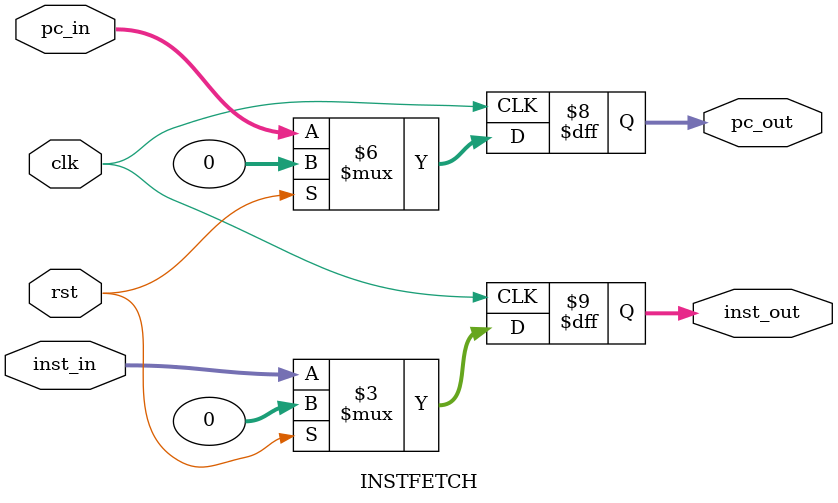
<source format=sv>
module INSTFETCH(
        input logic clk,
        input logic rst,
        input reg [31:0] pc_in,
        output reg [31:0] pc_out,
        input reg [31:0] inst_in,
        output reg[31:0] inst_out

    );
    
    always_ff @(posedge clk) begin
        if (rst) begin
            pc_out <= 0;
            inst_out <= 0;
        end else begin
            pc_out <= pc_in;
            inst_out <= inst_in;
        end
    end
endmodule

</source>
